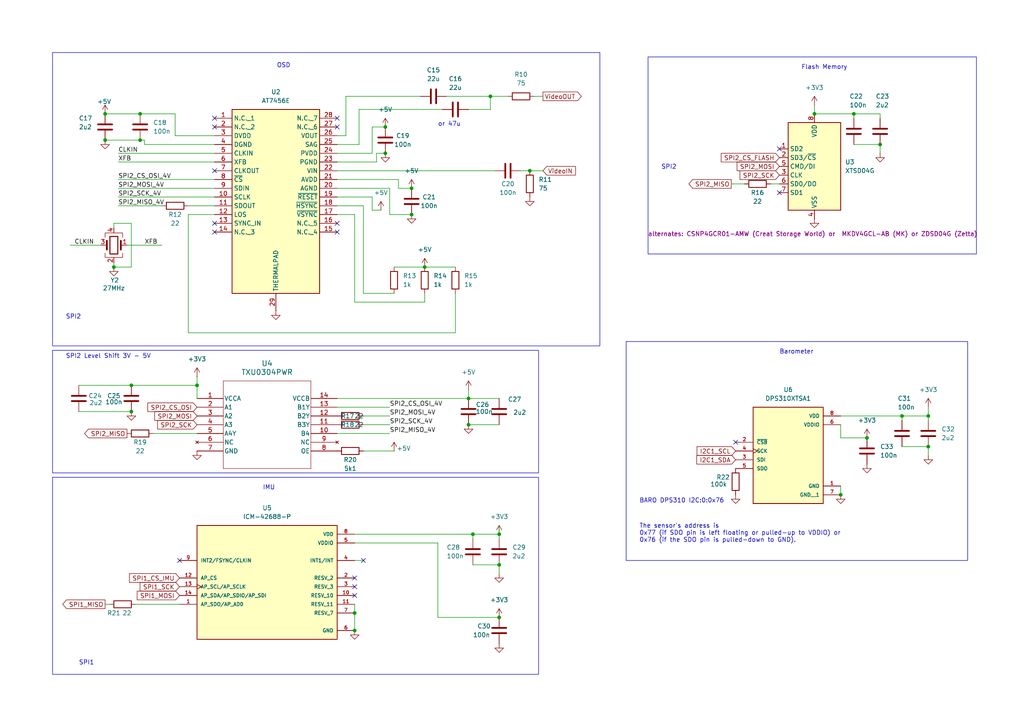
<source format=kicad_sch>
(kicad_sch (version 20231120) (generator "eeschema") (generator_version "8.0")
  (paper "A4")
  (lib_symbols
    (symbol "+3V3_1" (power) (pin_numbers hide) (pin_names (offset 0) hide)
      (property "Value" "+3V3" (at 0 3.556 0))
      (symbol "+3V3_1_0_1"
        (polyline (pts (xy -0.762 1.27) (xy 0 2.54)))
        (polyline (pts (xy 0 0) (xy 0 2.54)))
        (polyline (pts (xy 0 2.54) (xy 0.762 1.27)))
      )
      (symbol "+3V3_1_1_1"
        (pin power_in line (at 0 0 90) (length 0) (name "~") (number "1"))
      )
    )
    (symbol "+3V3_3" (power) (pin_numbers hide) (pin_names (offset 0) hide)
      (property "Value" "+3V3" (at 0 3.556 0))
      (symbol "+3V3_3_0_1"
        (polyline (pts (xy -0.762 1.27) (xy 0 2.54)))
        (polyline (pts (xy 0 0) (xy 0 2.54)))
        (polyline (pts (xy 0 2.54) (xy 0.762 1.27)))
      )
      (symbol "+3V3_3_1_1"
        (pin power_in line (at 0 0 90) (length 0) (name "~") (number "1"))
      )
    )
    (symbol "+5V_1" (power) (pin_numbers hide) (pin_names (offset 0) hide)
      (property "Value" "+5V" (at 0 3.556 0))
      (symbol "+5V_1_0_1"
        (polyline (pts (xy -0.762 1.27) (xy 0 2.54)))
        (polyline (pts (xy 0 0) (xy 0 2.54)))
        (polyline (pts (xy 0 2.54) (xy 0.762 1.27)))
      )
      (symbol "+5V_1_1_1"
        (pin power_in line (at 0 0 90) (length 0) (name "~") (number "1"))
      )
    )
    (symbol "Device:C" (pin_numbers hide) (pin_names (offset 0.254))
      (property "Reference" "C" (at 0.635 2.54 0))
      (property "Value" "C" (at 0.635 -2.54 0))
      (symbol "C_0_1"
        (polyline (pts (xy -2.032 -0.762) (xy 2.032 -0.762)) (stroke (width 0.508)))
        (polyline (pts (xy -2.032 0.762) (xy 2.032 0.762)) (stroke (width 0.508)))
      )
      (symbol "C_1_1"
        (pin passive line (at 0 3.81 270) (length 2.794) (name "~") (number "1"))
        (pin passive line (at 0 -3.81 90) (length 2.794) (name "~") (number "2"))
      )
    )
    (symbol "Device:Crystal_GND24" (pin_names (offset 1.016) hide)
      (property "Reference" "Y" (at 3.175 5.08 0))
      (property "Value" "Crystal_GND24" (at 3.175 3.175 0))
      (symbol "Crystal_GND24_0_1"
        (rectangle (start -1.143 2.54) (end 1.143 -2.54) (stroke (width 0.3048)))
        (polyline (pts (xy -2.54 0) (xy -2.032 0)))
        (polyline (pts (xy -2.032 -1.27) (xy -2.032 1.27)) (stroke (width 0.508)))
        (polyline (pts (xy 0 -3.81) (xy 0 -3.556)))
        (polyline (pts (xy 0 3.556) (xy 0 3.81)))
        (polyline (pts (xy 2.032 -1.27) (xy 2.032 1.27)) (stroke (width 0.508)))
        (polyline (pts (xy 2.032 0) (xy 2.54 0)))
        (polyline (pts (xy -2.54 -2.286) (xy -2.54 -3.556) (xy 2.54 -3.556) (xy 2.54 -2.286)))
        (polyline (pts (xy -2.54 2.286) (xy -2.54 3.556) (xy 2.54 3.556) (xy 2.54 2.286)))
      )
      (symbol "Crystal_GND24_1_1"
        (pin passive line (at -3.81 0 0) (length 1.27) (name "1") (number "1"))
        (pin passive line (at 0 5.08 270) (length 1.27) (name "2") (number "2"))
        (pin passive line (at 3.81 0 180) (length 1.27) (name "3") (number "3"))
        (pin passive line (at 0 -5.08 90) (length 1.27) (name "4") (number "4"))
      )
    )
    (symbol "Device:R" (pin_numbers hide) (pin_names (offset 0))
      (property "Reference" "R" (at 2.032 0 90))
      (property "Value" "R" (at 0 0 90))
      (symbol "R_0_1"
        (rectangle (start -1.016 -2.54) (end 1.016 2.54) (stroke (width 0.254)))
      )
      (symbol "R_1_1"
        (pin passive line (at 0 3.81 270) (length 1.27) (name "~") (number "1"))
        (pin passive line (at 0 -3.81 90) (length 1.27) (name "~") (number "2"))
      )
    )
    (symbol "GND_1" (power) (pin_numbers hide) (pin_names (offset 0) hide)
      (property "Value" "GND" (at 0 -3.81 0))
      (symbol "GND_1_0_1"
        (polyline (pts (xy 0 0) (xy 0 -1.27) (xy 1.27 -1.27) (xy 0 -2.54) (xy -1.27 -1.27) (xy 0 -1.27)))
      )
      (symbol "GND_1_1_1"
        (pin power_in line (at 0 0 270) (length 0) (name "~") (number "1"))
      )
    )
    (symbol "Memory_Flash:XTSD04G"
      (property "Reference" "U" (at -7.62 15.24 0))
      (property "Value" "XTSD04G" (at 2.54 15.24 0))
      (symbol "XTSD04G_0_1"
        (rectangle (start -7.62 12.7) (end 7.62 -12.7) (stroke (width 0.254)) (fill (type background)))
      )
      (symbol "XTSD04G_1_1"
        (pin bidirectional line (at -10.16 5.08 0) (length 2.54) (name "SD2") (number "1"))
        (pin bidirectional line (at -10.16 2.54 0) (length 2.54) (name "SD3/~{CS}") (number "2"))
        (pin input line (at -10.16 -2.54 0) (length 2.54) (name "CLK") (number "3"))
        (pin power_in line (at 0 -15.24 90) (length 2.54) (name "VSS") (number "4"))
        (pin input line (at -10.16 0 0) (length 2.54) (name "CMD/DI") (number "5"))
        (pin bidirectional line (at -10.16 -5.08 0) (length 2.54) (name "SD0/DO") (number "6"))
        (pin bidirectional line (at -10.16 -7.62 0) (length 2.54) (name "SD1") (number "7"))
        (pin power_in line (at 0 15.24 270) (length 2.54) (name "VDD") (number "8"))
      )
    )
    (symbol "Project_Library:AT7456E"
      (property "Reference" "IC" (at 31.75 7.62 0))
      (property "Value" "AT7456E" (at 31.75 5.08 0))
      (symbol "AT7456E_1_1"
        (rectangle (start 5.08 2.54) (end 30.48 -50.8) (stroke (width 0.254)) (fill (type background)))
        (pin passive line (at 0 0 0) (length 5.08) (name "N.C._1") (number "1"))
        (pin passive line (at 0 -22.86 0) (length 5.08) (name "SCLK") (number "10"))
        (pin passive line (at 0 -25.4 0) (length 5.08) (name "SDOUT") (number "11"))
        (pin passive line (at 0 -27.94 0) (length 5.08) (name "LOS") (number "12"))
        (pin passive line (at 0 -30.48 0) (length 5.08) (name "SYNC_IN") (number "13"))
        (pin passive line (at 0 -33.02 0) (length 5.08) (name "N.C._3") (number "14"))
        (pin passive line (at 35.56 -33.02 180) (length 5.08) (name "N.C._4") (number "15"))
        (pin passive line (at 35.56 -30.48 180) (length 5.08) (name "N.C._5") (number "16"))
        (pin passive line (at 35.56 -27.94 180) (length 5.08) (name "~{VSYNC}") (number "17"))
        (pin passive line (at 35.56 -25.4 180) (length 5.08) (name "~{HSYNC}") (number "18"))
        (pin passive line (at 35.56 -22.86 180) (length 5.08) (name "~{RESET}") (number "19"))
        (pin passive line (at 0 -2.54 0) (length 5.08) (name "N.C._2") (number "2"))
        (pin passive line (at 35.56 -20.32 180) (length 5.08) (name "AGND") (number "20"))
        (pin passive line (at 35.56 -17.78 180) (length 5.08) (name "AVDD") (number "21"))
        (pin passive line (at 35.56 -15.24 180) (length 5.08) (name "VIN") (number "22"))
        (pin passive line (at 35.56 -12.7 180) (length 5.08) (name "PGND") (number "23"))
        (pin passive line (at 35.56 -10.16 180) (length 5.08) (name "PVDD") (number "24"))
        (pin passive line (at 35.56 -7.62 180) (length 5.08) (name "SAG") (number "25"))
        (pin passive line (at 35.56 -5.08 180) (length 5.08) (name "VOUT") (number "26"))
        (pin passive line (at 35.56 -2.54 180) (length 5.08) (name "N.C._6") (number "27"))
        (pin passive line (at 35.56 0 180) (length 5.08) (name "N.C._7") (number "28"))
        (pin passive line (at 17.78 -55.88 90) (length 5.08) (name "THERMALPAD") (number "29"))
        (pin passive line (at 0 -5.08 0) (length 5.08) (name "DVDD") (number "3"))
        (pin passive line (at 0 -7.62 0) (length 5.08) (name "DGND") (number "4"))
        (pin passive line (at 0 -10.16 0) (length 5.08) (name "CLKIN") (number "5"))
        (pin passive line (at 0 -12.7 0) (length 5.08) (name "XFB") (number "6"))
        (pin passive line (at 0 -15.24 0) (length 5.08) (name "CLKOUT") (number "7"))
        (pin passive line (at 0 -17.78 0) (length 5.08) (name "~{CS}") (number "8"))
        (pin passive line (at 0 -20.32 0) (length 5.08) (name "SDIN") (number "9"))
      )
    )
    (symbol "Project_Library:DPS310XTSA1" (pin_names (offset 1.016))
      (property "Reference" "U" (at -10.16 13.97 0))
      (property "Value" "DPS310XTSA1" (at -10.16 -16.51 0))
      (symbol "DPS310XTSA1_0_0"
        (rectangle (start -10.16 -15.24) (end 10.16 12.7) (stroke (width 0.254)) (fill (type background)))
        (pin power_in line (at 15.24 -10.16 180) (length 5.08) (name "GND") (number "1"))
        (pin input line (at -15.24 2.54 0) (length 5.08) (name "~{CSB}") (number "2"))
        (pin bidirectional line (at -15.24 -2.54 0) (length 5.08) (name "SDI") (number "3"))
        (pin input clock (at -15.24 0 0) (length 5.08) (name "SCK") (number "4"))
        (pin output line (at -15.24 -5.08 0) (length 5.08) (name "SDO") (number "5"))
        (pin power_in line (at 15.24 7.62 180) (length 5.08) (name "VDDIO") (number "6"))
        (pin power_in line (at 15.24 -12.7 180) (length 5.08) (name "GND__1") (number "7"))
        (pin power_in line (at 15.24 10.16 180) (length 5.08) (name "VDD") (number "8"))
      )
    )
    (symbol "Project_Library:ICM-42688-P" (pin_names (offset 1.016))
      (property "Reference" "U3" (at 0 20.32 0))
      (property "Value" "ICM-42688-P" (at 0 17.78 0))
      (symbol "ICM-42688-P_0_0"
        (rectangle (start -20.32 -17.78) (end 20.32 15.24) (stroke (width 0.254)) (fill (type background)))
        (pin passive line (at 25.4 -5.08 180) (length 5.08) (name "RESV_10") (number "10"))
        (pin input line (at -25.4 0 0) (length 5.08) (name "AP_CS") (number "12"))
        (pin input clock (at -25.4 -2.54 0) (length 5.08) (name "AP_SCL/AP_SCLK") (number "13"))
        (pin passive line (at 25.4 0 180) (length 5.08) (name "RESV_2") (number "2"))
        (pin passive line (at 25.4 -2.54 180) (length 5.08) (name "RESV_3") (number "3"))
        (pin power_in line (at 25.4 10.16 180) (length 5.08) (name "VDDIO") (number "5"))
        (pin power_in line (at 25.4 -15.24 180) (length 5.08) (name "GND") (number "6"))
        (pin power_in line (at 25.4 12.7 180) (length 5.08) (name "VDD") (number "8"))
      )
      (symbol "ICM-42688-P_1_0"
        (pin output line (at -25.4 -7.62 0) (length 5.08) (name "AP_SDO/AP_AD0") (number "1"))
        (pin power_in line (at 25.4 -7.62 180) (length 5.08) (name "RESV_11") (number "11"))
        (pin input line (at -25.4 -5.08 0) (length 5.08) (name "AP_SDA/AP_SDIO/AP_SDI") (number "14"))
        (pin power_in line (at 25.4 5.08 180) (length 5.08) (name "INT1/INT") (number "4"))
        (pin power_in line (at 25.4 -10.16 180) (length 5.08) (name "RESV_7") (number "7"))
        (pin power_in line (at -25.4 5.08 0) (length 5.08) (name "INT2/FSYNC/CLKIN") (number "9"))
      )
    )
    (symbol "Project_Library:TXU0304PWR" (pin_names (offset 0.254))
      (property "Reference" "U12" (at 20.32 10.16 0))
      (property "Value" "TXU0304PWR" (at 20.32 7.62 0))
      (symbol "TXU0304PWR_0_1"
        (polyline (pts (xy 7.62 -20.32) (xy 33.02 -20.32)) (stroke (width 0.127)))
        (polyline (pts (xy 7.62 5.08) (xy 7.62 -20.32)) (stroke (width 0.127)))
        (polyline (pts (xy 33.02 -20.32) (xy 33.02 5.08)) (stroke (width 0.127)))
        (polyline (pts (xy 33.02 5.08) (xy 7.62 5.08)) (stroke (width 0.127)))
        (pin power_in line (at 0 0 0) (length 7.62) (name "VCCA") (number "1"))
        (pin power_in line (at 40.64 0 180) (length 7.62) (name "VCCB") (number "14"))
        (pin no_connect line (at 0 -12.7 0) (length 7.62) (name "NC") (number "6"))
        (pin no_connect line (at 40.64 -12.7 180) (length 7.62) (name "NC") (number "9"))
      )
      (symbol "TXU0304PWR_1_1"
        (pin bidirectional line (at 40.64 -10.16 180) (length 7.62) (name "B4") (number "10"))
        (pin bidirectional line (at 40.64 -7.62 180) (length 7.62) (name "B3Y") (number "11"))
        (pin bidirectional line (at 40.64 -5.08 180) (length 7.62) (name "B2Y") (number "12"))
        (pin bidirectional line (at 40.64 -2.54 180) (length 7.62) (name "B1Y") (number "13"))
        (pin bidirectional line (at 0 -2.54 0) (length 7.62) (name "A1") (number "2"))
        (pin bidirectional line (at 0 -5.08 0) (length 7.62) (name "A2") (number "3"))
        (pin bidirectional line (at 0 -7.62 0) (length 7.62) (name "A3") (number "4"))
        (pin bidirectional line (at 0 -10.16 0) (length 7.62) (name "A4Y") (number "5"))
        (pin power_in line (at 0 -15.24 0) (length 7.62) (name "GND") (number "7"))
        (pin passive line (at 40.64 -15.24 180) (length 7.62) (name "OE") (number "8"))
      )
    )
  )
  (junction (at 261.62 120.65))
  (junction (at 144.78 154.94))
  (junction (at 144.78 179.07))
  (junction (at 30.48 33.02))
  (junction (at 135.89 123.19))
  (junction (at 269.24 129.54))
  (junction (at 135.89 115.57))
  (junction (at 40.64 40.64))
  (junction (at 251.46 127))
  (junction (at 236.22 33.02))
  (junction (at 102.87 177.8))
  (junction (at 144.78 163.83))
  (junction (at 269.24 120.65))
  (junction (at 243.84 143.51))
  (junction (at 247.65 33.02))
  (junction (at 111.76 36.83))
  (junction (at 142.24 27.94))
  (junction (at 153.67 49.53))
  (junction (at 30.48 40.64))
  (junction (at 38.1 111.76))
  (junction (at 111.76 44.45))
  (junction (at 255.27 41.91))
  (junction (at 137.16 154.94))
  (junction (at 119.38 62.23))
  (junction (at 40.64 33.02))
  (junction (at 57.15 111.76))
  (junction (at 38.1 119.38))
  (junction (at 123.19 77.47))
  (junction (at 33.02 77.47))
  (junction (at 102.87 182.88))
  (junction (at 119.38 54.61))
  (no_connect (at 62.23 34.29))
  (no_connect (at 97.79 36.83))
  (no_connect (at 62.23 64.77))
  (no_connect (at 102.87 172.72))
  (no_connect (at 97.79 64.77))
  (no_connect (at 62.23 49.53))
  (no_connect (at 105.41 162.56))
  (no_connect (at 97.79 34.29))
  (no_connect (at 62.23 67.31))
  (no_connect (at 102.87 170.18))
  (no_connect (at 52.07 162.56))
  (no_connect (at 62.23 36.83))
  (no_connect (at 213.36 128.27))
  (no_connect (at 226.06 43.18))
  (no_connect (at 97.79 67.31))
  (no_connect (at 102.87 167.64))
  (no_connect (at 226.06 55.88))
  (wire (pts (xy 107.95 36.83) (xy 107.95 44.45)))
  (wire (pts (xy 135.89 115.57) (xy 144.78 115.57)))
  (wire (pts (xy 105.41 162.56) (xy 102.87 162.56)))
  (wire (pts (xy 113.03 123.19) (xy 105.41 123.19)))
  (wire (pts (xy 36.83 71.12) (xy 46.99 71.12)))
  (wire (pts (xy 20.32 71.12) (xy 29.21 71.12)))
  (wire (pts (xy 33.02 64.77) (xy 38.1 64.77)))
  (wire (pts (xy 100.33 39.37) (xy 100.33 27.94)))
  (wire (pts (xy 34.29 52.07) (xy 62.23 52.07)))
  (wire (pts (xy 105.41 59.69) (xy 105.41 85.09)))
  (wire (pts (xy 102.87 175.26) (xy 102.87 177.8)))
  (wire (pts (xy 269.24 129.54) (xy 261.62 129.54)))
  (wire (pts (xy 41.91 41.91) (xy 62.23 41.91)))
  (wire (pts (xy 33.02 64.77) (xy 33.02 66.04)))
  (wire (pts (xy 255.27 41.91) (xy 247.65 41.91)))
  (wire (pts (xy 34.29 44.45) (xy 62.23 44.45)))
  (wire (pts (xy 50.8 33.02) (xy 40.64 33.02)))
  (wire (pts (xy 154.94 27.94) (xy 157.48 27.94)))
  (wire (pts (xy 243.84 127) (xy 251.46 127)))
  (wire (pts (xy 30.48 33.02) (xy 40.64 33.02)))
  (wire (pts (xy 54.61 62.23) (xy 54.61 96.52)))
  (wire (pts (xy 57.15 111.76) (xy 57.15 115.57)))
  (wire (pts (xy 113.03 118.11) (xy 97.79 118.11)))
  (wire (pts (xy 97.79 59.69) (xy 105.41 59.69)))
  (wire (pts (xy 30.48 175.26) (xy 31.75 175.26)))
  (wire (pts (xy 113.03 54.61) (xy 113.03 62.23)))
  (wire (pts (xy 34.29 54.61) (xy 62.23 54.61)))
  (wire (pts (xy 215.9 53.34) (xy 212.09 53.34)))
  (wire (pts (xy 261.62 120.65) (xy 269.24 120.65)))
  (wire (pts (xy 54.61 59.69) (xy 62.23 59.69)))
  (wire (pts (xy 142.24 27.94) (xy 147.32 27.94)))
  (wire (pts (xy 135.89 113.03) (xy 135.89 115.57)))
  (wire (pts (xy 109.22 44.45) (xy 109.22 46.99)))
  (wire (pts (xy 269.24 132.08) (xy 269.24 129.54)))
  (wire (pts (xy 114.3 77.47) (xy 123.19 77.47)))
  (wire (pts (xy 97.79 115.57) (xy 135.89 115.57)))
  (wire (pts (xy 236.22 33.02) (xy 247.65 33.02)))
  (wire (pts (xy 261.62 120.65) (xy 261.62 121.92)))
  (wire (pts (xy 107.95 57.15) (xy 107.95 60.96)))
  (wire (pts (xy 107.95 36.83) (xy 111.76 36.83)))
  (wire (pts (xy 144.78 152.4) (xy 144.78 154.94)))
  (wire (pts (xy 38.1 64.77) (xy 38.1 77.47)))
  (wire (pts (xy 151.13 49.53) (xy 153.67 49.53)))
  (wire (pts (xy 104.14 31.75) (xy 104.14 41.91)))
  (wire (pts (xy 97.79 54.61) (xy 113.03 54.61)))
  (wire (pts (xy 144.78 163.83) (xy 137.16 163.83)))
  (wire (pts (xy 247.65 33.02) (xy 255.27 33.02)))
  (wire (pts (xy 41.91 40.64) (xy 41.91 41.91)))
  (wire (pts (xy 34.29 59.69) (xy 46.99 59.69)))
  (wire (pts (xy 102.87 87.63) (xy 123.19 87.63)))
  (wire (pts (xy 114.3 130.81) (xy 105.41 130.81)))
  (wire (pts (xy 132.08 96.52) (xy 132.08 85.09)))
  (wire (pts (xy 129.54 27.94) (xy 142.24 27.94)))
  (wire (pts (xy 102.87 177.8) (xy 102.87 182.88)))
  (wire (pts (xy 102.87 154.94) (xy 137.16 154.94)))
  (wire (pts (xy 34.29 57.15) (xy 62.23 57.15)))
  (wire (pts (xy 144.78 156.21) (xy 144.78 154.94)))
  (wire (pts (xy 269.24 121.92) (xy 269.24 120.65)))
  (wire (pts (xy 255.27 34.29) (xy 255.27 33.02)))
  (wire (pts (xy 113.03 120.65) (xy 105.41 120.65)))
  (wire (pts (xy 102.87 62.23) (xy 102.87 87.63)))
  (wire (pts (xy 22.86 111.76) (xy 38.1 111.76)))
  (wire (pts (xy 269.24 118.11) (xy 269.24 120.65)))
  (wire (pts (xy 40.64 40.64) (xy 41.91 40.64)))
  (wire (pts (xy 115.57 54.61) (xy 119.38 54.61)))
  (wire (pts (xy 57.15 109.22) (xy 57.15 111.76)))
  (wire (pts (xy 54.61 62.23) (xy 62.23 62.23)))
  (wire (pts (xy 247.65 33.02) (xy 247.65 34.29)))
  (wire (pts (xy 97.79 62.23) (xy 102.87 62.23)))
  (wire (pts (xy 38.1 77.47) (xy 33.02 77.47)))
  (wire (pts (xy 115.57 52.07) (xy 115.57 54.61)))
  (wire (pts (xy 39.37 175.26) (xy 52.07 175.26)))
  (wire (pts (xy 137.16 154.94) (xy 144.78 154.94)))
  (wire (pts (xy 104.14 31.75) (xy 128.27 31.75)))
  (wire (pts (xy 255.27 44.45) (xy 255.27 41.91)))
  (wire (pts (xy 100.33 27.94) (xy 121.92 27.94)))
  (wire (pts (xy 105.41 85.09) (xy 114.3 85.09)))
  (wire (pts (xy 123.19 87.63) (xy 123.19 85.09)))
  (wire (pts (xy 33.02 77.47) (xy 33.02 76.2)))
  (wire (pts (xy 142.24 31.75) (xy 142.24 27.94)))
  (wire (pts (xy 109.22 46.99) (xy 97.79 46.99)))
  (wire (pts (xy 243.84 140.97) (xy 243.84 143.51)))
  (wire (pts (xy 135.89 123.19) (xy 144.78 123.19)))
  (wire (pts (xy 243.84 123.19) (xy 243.84 127)))
  (wire (pts (xy 38.1 111.76) (xy 57.15 111.76)))
  (wire (pts (xy 144.78 166.37) (xy 144.78 163.83)))
  (wire (pts (xy 236.22 30.48) (xy 236.22 33.02)))
  (wire (pts (xy 226.06 53.34) (xy 223.52 53.34)))
  (wire (pts (xy 50.8 39.37) (xy 62.23 39.37)))
  (wire (pts (xy 50.8 33.02) (xy 50.8 39.37)))
  (wire (pts (xy 127 179.07) (xy 144.78 179.07)))
  (wire (pts (xy 113.03 125.73) (xy 97.79 125.73)))
  (wire (pts (xy 54.61 96.52) (xy 132.08 96.52)))
  (wire (pts (xy 137.16 154.94) (xy 137.16 156.21)))
  (wire (pts (xy 97.79 41.91) (xy 104.14 41.91)))
  (wire (pts (xy 30.48 40.64) (xy 40.64 40.64)))
  (wire (pts (xy 123.19 77.47) (xy 132.08 77.47)))
  (wire (pts (xy 97.79 57.15) (xy 107.95 57.15)))
  (wire (pts (xy 107.95 60.96) (xy 110.49 60.96)))
  (wire (pts (xy 44.45 125.73) (xy 57.15 125.73)))
  (wire (pts (xy 243.84 120.65) (xy 261.62 120.65)))
  (wire (pts (xy 34.29 46.99) (xy 62.23 46.99)))
  (wire (pts (xy 97.79 39.37) (xy 100.33 39.37)))
  (wire (pts (xy 153.67 49.53) (xy 157.48 49.53)))
  (wire (pts (xy 127 157.48) (xy 127 179.07)))
  (wire (pts (xy 97.79 52.07) (xy 115.57 52.07)))
  (wire (pts (xy 97.79 49.53) (xy 143.51 49.53)))
  (wire (pts (xy 97.79 44.45) (xy 107.95 44.45)))
  (wire (pts (xy 113.03 62.23) (xy 119.38 62.23)))
  (wire (pts (xy 135.89 31.75) (xy 142.24 31.75)))
  (wire (pts (xy 127 157.48) (xy 102.87 157.48)))
  (wire (pts (xy 22.86 119.38) (xy 38.1 119.38)))
  (wire (pts (xy 109.22 44.45) (xy 111.76 44.45)))
  (rectangle (start 181.61 99.06) (end 280.67 162.56))
  (rectangle (start 187.96 16.51) (end 283.21 73.66))
  (rectangle (start 15.24 101.6) (end 156.21 137.16))
  (rectangle (start 15.24 138.43) (end 156.21 195.58))
  (rectangle (start 15.24 15.24) (end 173.99 100.33))
  (text "Barometer" (at 226.06 102.87 0) (effects (font (size 1.27 1.27)) (justify left bottom)))
  (text "or 47u" (at 127 36.83 0) (effects (font (size 1.27 1.27)) (justify left bottom)))
  (text "OSD" (at 80.264 19.812 0) (effects (font (size 1.27 1.27)) (justify left bottom)))
  (text "The sensor's address is \n0x77 (if SDO pin is left floating or pulled-up to VDDIO) or \n0x76 (if the SDO pin is pulled-down to GND). " (at 185.42 157.48 0) (effects (font (size 1.27 1.27)) (justify left bottom)))
  (text "SPI2" (at 19.05 92.71 0) (effects (font (size 1.27 1.27)) (justify left bottom)))
  (text "IMU" (at 76.2 142.24 0) (effects (font (size 1.27 1.27)) (justify left bottom)))
  (text "SPI2 Level Shift 3V - 5V" (at 19.05 104.14 0) (effects (font (size 1.27 1.27)) (justify left bottom)))
  (text "SPI2" (at 191.77 49.276 0) (effects (font (size 1.27 1.27)) (justify left bottom)))
  (text "Flash Memory" (at 232.41 20.32 0) (effects (font (size 1.27 1.27)) (justify left bottom)))
  (text "SPI1" (at 22.86 193.04 0) (effects (font (size 1.27 1.27)) (justify left bottom)))
  (text "BARO DPS310 I2C:0:0x76" (at 185.42 146.05 0) (effects (font (size 1.27 1.27)) (justify left bottom)))
  (label "CLKIN" (at 21.59 71.12 0))
  (label "XFB" (at 34.29 46.99 0))
  (label "SPI2_MISO_4V" (at 113.03 125.73 0))
  (label "SPI2_SCK_4V" (at 113.03 123.19 0))
  (label "XFB" (at 41.91 71.12 0))
  (label "SPI2_CS_OSI_4V" (at 34.29 52.07 0))
  (label "SPI2_MOSI_4V" (at 113.03 120.65 0))
  (label "SPI2_MOSI_4V" (at 34.29 54.61 0))
  (label "SPI2_CS_OSI_4V" (at 113.03 118.11 0))
  (label "SPI2_SCK_4V" (at 34.29 57.15 0))
  (label "SPI2_MISO_4V" (at 34.29 59.69 0))
  (label "CLKIN" (at 34.29 44.45 0))
  (global_label "SPI2_MISO" (shape output) (at 36.83 125.73 180) (property "Intersheetrefs" "${INTERSHEET_REFS}" (effects (hide yes))))
  (global_label "SPI2_SCK" (shape input) (at 226.06 50.8 180) (property "Intersheetrefs" "${INTERSHEET_REFS}" (effects (hide yes))))
  (global_label "SPI2_SCK" (shape input) (at 57.15 123.19 180) (property "Intersheetrefs" "${INTERSHEET_REFS}" (effects (hide yes))))
  (global_label "VideoOUT" (shape output) (at 157.48 27.94 0) (property "Intersheetrefs" "${INTERSHEET_REFS}" (effects (hide yes))))
  (global_label "SPI1_SCK" (shape input) (at 52.07 170.18 180) (property "Intersheetrefs" "${INTERSHEET_REFS}" (effects (hide yes))))
  (global_label "SPI1_MISO" (shape output) (at 30.48 175.26 180) (property "Intersheetrefs" "${INTERSHEET_REFS}" (effects (hide yes))))
  (global_label "SPI2_MOSI" (shape input) (at 57.15 120.65 180) (property "Intersheetrefs" "${INTERSHEET_REFS}" (effects (hide yes))))
  (global_label "VideoIN" (shape input) (at 157.48 49.53 0) (property "Intersheetrefs" "${INTERSHEET_REFS}" (effects (hide yes))))
  (global_label "SPI2_CS_OSI" (shape input) (at 57.15 118.11 180) (property "Intersheetrefs" "${INTERSHEET_REFS}" (effects (hide yes))))
  (global_label "I2C1_SDA" (shape input) (at 213.36 133.35 180) (property "Intersheetrefs" "${INTERSHEET_REFS}" (effects (hide yes))))
  (global_label "SPI2_CS_FLASH" (shape input) (at 226.06 45.72 180) (property "Intersheetrefs" "${INTERSHEET_REFS}" (effects (hide yes))))
  (global_label "SPI2_MOSI" (shape input) (at 226.06 48.26 180) (property "Intersheetrefs" "${INTERSHEET_REFS}" (effects (hide yes))))
  (global_label "SPI1_CS_IMU" (shape input) (at 52.07 167.64 180) (property "Intersheetrefs" "${INTERSHEET_REFS}" (effects (hide yes))))
  (global_label "I2C1_SCL" (shape input) (at 213.36 130.81 180) (property "Intersheetrefs" "${INTERSHEET_REFS}" (effects (hide yes))))
  (global_label "SPI1_MOSI" (shape input) (at 52.07 172.72 180) (property "Intersheetrefs" "${INTERSHEET_REFS}" (effects (hide yes))))
  (global_label "SPI2_MISO" (shape output) (at 212.09 53.34 180) (property "Intersheetrefs" "${INTERSHEET_REFS}" (effects (hide yes))))
  (symbol (lib_name "+5V_1") (lib_id "power:+5V") (at 123.19 77.47 0) (unit 1)
    (property "Reference" "#PWR01029" (effects (hide yes)))
    (property "Value" "+5V" (at 123.19 72.39 0))
    (property "Description" "Power symbol creates a global label with name \"+5V\"" (effects (hide yes)))
  )
  (symbol (lib_id "Project_Library:TXU0304PWR") (at 57.15 115.57 0) (unit 1)
    (property "Reference" "U4" (at 77.47 105.41 0) (effects (font (size 1.524 1.524))))
    (property "Value" "TXU0304PWR" (at 77.47 107.95 0) (effects (font (size 1.524 1.524))))
    (property "Footprint" "Project:TSSOP14_PW_TEX" (effects (hide yes)))
    (property "Datasheet" "https://www.ti.com/general/docs/suppproductinfo.tsp?distId=10&gotoUrl=http%3A%2F%2Fwww.ti.com%2Flit%2Fgpn%2Ftxu0304" (effects (hide yes)))
    (property "Manufactorer" "TI" (effects (hide yes)))
    (property "Part Number" "TXU0304PWR" (effects (hide yes)))
  )
  (symbol (lib_id "Device:R") (at 101.6 123.19 90) (unit 1)
    (property "Reference" "R18" (at 100.838 123.19 90))
    (property "Value" "22" (at 104.14 123.19 90))
    (property "Footprint" "Project:R_0201_0603Metric" (effects (hide yes)))
    (property "Manufactorer" "YAGEO" (effects (hide yes)))
    (property "Part Number" "RC0201FR-0722RL" (effects (hide yes)))
    (property "Tolerance" "1%" (effects (hide yes)))
  )
  (symbol (lib_id "Device:C") (at 255.27 38.1 0) (unit 1)
    (property "Reference" "C23" (at 254 27.94 0) (effects (justify left)))
    (property "Value" "2u2" (at 254 30.48 0) (effects (justify left)))
    (property "Footprint" "Capacitor_SMD:C_0402_1005Metric" (effects (hide yes)))
    (property "Voltage" "25" (effects (hide yes)))
    (property "Manufactorer" "YAGEO" (effects (hide yes)))
    (property "Part Number" "CC0402KPX5R8BB225" (effects (hide yes)))
    (property "Tolerance" "10%" (effects (hide yes)))
  )
  (symbol (lib_name "GND_1") (lib_id "power:GND") (at 33.02 77.47 0) (unit 1)
    (property "Reference" "#PWR01017" (effects (hide yes)))
    (property "Value" "GND" (effects (hide yes)))
    (property "Description" "Power symbol creates a global label with name \"GND\" , ground" (effects (hide yes)))
  )
  (symbol (lib_id "Device:C") (at 144.78 182.88 0) (unit 1)
    (property "Reference" "C30" (at 138.43 181.61 0) (effects (justify left)))
    (property "Value" "100n" (at 137.16 184.15 0) (effects (justify left)))
    (property "Footprint" "Project:C_0201_0603Metric" (effects (hide yes)))
    (property "Voltage" "25" (effects (hide yes)))
    (property "Manufactorer" "Murata" (effects (hide yes)))
    (property "Part Number" "GRM033R61E104KE14J" (effects (hide yes)))
    (property "Tolerance" "10%" (effects (hide yes)))
  )
  (symbol (lib_name "+3V3_1") (lib_id "power:+3V3") (at 57.15 109.22 0) (unit 1)
    (property "Reference" "#PWR01019" (effects (hide yes)))
    (property "Value" "+3V3" (at 57.15 104.14 0))
    (property "Description" "Power symbol creates a global label with name \"+3V3\"" (effects (hide yes)))
  )
  (symbol (lib_id "Device:C") (at 147.32 49.53 90) (unit 1)
    (property "Reference" "C20" (at 147.32 53.34 90))
    (property "Value" "100n" (at 147.32 55.88 90))
    (property "Footprint" "Project:C_0201_0603Metric" (effects (hide yes)))
    (property "Manufactorer" "Murata" (effects (hide yes)))
    (property "Part Number" "GRM033R61E104KE14J" (effects (hide yes)))
    (property "Voltage" "25" (effects (hide yes)))
    (property "Tolerance" "10%" (effects (hide yes)))
  )
  (symbol (lib_id "Device:C") (at 22.86 115.57 0) (unit 1)
    (property "Reference" "C24" (at 25.654 114.808 0) (effects (justify left)))
    (property "Value" "2u2" (at 25.908 116.84 0) (effects (justify left)))
    (property "Footprint" "Capacitor_SMD:C_0402_1005Metric" (effects (hide yes)))
    (property "Voltage" "25" (effects (hide yes)))
    (property "Manufactorer" "YAGEO" (effects (hide yes)))
    (property "Part Number" "CC0402KPX5R8BB225" (effects (hide yes)))
    (property "Tolerance" "10%" (effects (hide yes)))
  )
  (symbol (lib_id "Device:R") (at 123.19 81.28 0) (unit 1)
    (property "Reference" "R14" (at 125.73 80.01 0) (effects (justify left)))
    (property "Value" "1k" (at 125.73 82.55 0) (effects (justify left)))
    (property "Footprint" "Project:R_0201_0603Metric" (effects (hide yes)))
    (property "Tolerance" "1%" (effects (hide yes)))
    (property "Manufactorer" "YAGEO" (effects (hide yes)))
    (property "Part Number" "RC0402FR-071KL" (effects (hide yes)))
  )
  (symbol (lib_id "Device:C") (at 119.38 58.42 180) (unit 1)
    (property "Reference" "C21" (at 124.46 57.15 0))
    (property "Value" "100n" (at 124.46 59.69 0))
    (property "Footprint" "Project:C_0201_0603Metric" (effects (hide yes)))
    (property "Manufactorer" "Murata" (effects (hide yes)))
    (property "Part Number" "GRM033R61E104KE14J" (effects (hide yes)))
    (property "Voltage" "25" (effects (hide yes)))
    (property "Tolerance" "10%" (effects (hide yes)))
  )
  (symbol (lib_name "GND_1") (lib_id "power:GND") (at 153.67 57.15 0) (unit 1)
    (property "Reference" "#PWR01036" (effects (hide yes)))
    (property "Value" "GND" (effects (hide yes)))
    (property "Description" "Power symbol creates a global label with name \"GND\" , ground" (effects (hide yes)))
  )
  (symbol (lib_id "Memory_Flash:XTSD04G") (at 236.22 48.26 0) (unit 1)
    (property "Reference" "U3" (at 245.11 46.9899 0) (effects (justify left)))
    (property "Value" "XTSD04G" (at 245.11 49.5299 0) (effects (justify left)))
    (property "Footprint" "Package_LGA:LGA-8_8x6mm_P1.27mm" (effects (hide yes)))
    (property "Datasheet" "https://datasheet.lcsc.com/lcsc/2005251034_XTX-XTSD08GLGEAG_C558840.pdf" (effects (hide yes)))
    (property "Manufactorer" "XTX" (effects (hide yes)))
    (property "Note" "alternates: CSNP4GCR01-AMW (Creat Storage World) or  MKDV4GCL-AB (MK) or ZDSD04G (Zetta) " (at 236.22 67.818 0))
    (property "Part Number" "XTSD04G" (effects (hide yes)))
  )
  (symbol (lib_id "Device:C") (at 125.73 27.94 90) (unit 1)
    (property "Reference" "C15" (at 125.73 20.32 90))
    (property "Value" "22u" (at 125.73 22.86 90))
    (property "Footprint" "Capacitor_SMD:C_0805_2012Metric" (effects (hide yes)))
    (property "Manufactorer" "Murata" (effects (hide yes)))
    (property "Part Number" "GRM21BR61E226ME44K" (effects (hide yes)))
    (property "Voltage" "25" (effects (hide yes)))
    (property "Tolerance" "20%" (effects (hide yes)))
  )
  (symbol (lib_id "Device:C") (at 137.16 160.02 0) (unit 1)
    (property "Reference" "C28" (at 129.54 158.75 0) (effects (justify left)))
    (property "Value" "100n" (at 129.54 161.29 0) (effects (justify left)))
    (property "Footprint" "Project:C_0201_0603Metric" (effects (hide yes)))
    (property "Voltage" "25" (effects (hide yes)))
    (property "Manufactorer" "Murata" (effects (hide yes)))
    (property "Part Number" "GRM033R61E104KE14J" (effects (hide yes)))
    (property "Tolerance" "10%" (effects (hide yes)))
  )
  (symbol (lib_id "Device:R") (at 151.13 27.94 90) (unit 1)
    (property "Reference" "R10" (at 151.13 21.59 90))
    (property "Value" "75" (at 151.13 24.13 90))
    (property "Footprint" "Project:R_0201_0603Metric" (effects (hide yes)))
    (property "Tolerance" "1%" (effects (hide yes)))
    (property "Manufactorer" "YAGEO" (effects (hide yes)))
    (property "Part Number" "RC0201FR-0775RL" (effects (hide yes)))
  )
  (symbol (lib_name "+5V_1") (lib_id "power:+5V") (at 135.89 113.03 0) (unit 1)
    (property "Reference" "#PWR01030" (effects (hide yes)))
    (property "Value" "+5V" (at 135.89 107.95 0))
    (property "Description" "Power symbol creates a global label with name \"+5V\"" (effects (hide yes)))
  )
  (symbol (lib_id "Device:R") (at 114.3 81.28 0) (unit 1)
    (property "Reference" "R13" (at 116.84 80.01 0) (effects (justify left)))
    (property "Value" "1k" (at 116.84 82.55 0) (effects (justify left)))
    (property "Footprint" "Project:R_0201_0603Metric" (effects (hide yes)))
    (property "Tolerance" "1%" (effects (hide yes)))
    (property "Manufactorer" "YAGEO" (effects (hide yes)))
    (property "Part Number" "RC0402FR-071KL" (effects (hide yes)))
  )
  (symbol (lib_id "Device:R") (at 101.6 130.81 90) (unit 1)
    (property "Reference" "R20" (at 101.6 133.35 90))
    (property "Value" "5k1" (at 101.6 135.89 90))
    (property "Footprint" "Project:R_0201_0603Metric" (effects (hide yes)))
    (property "Tolerance" "1%" (effects (hide yes)))
    (property "Manufactorer" "YAGEO" (effects (hide yes)))
    (property "Part Number" "RC0201FR-075K1L" (effects (hide yes)))
  )
  (symbol (lib_id "Device:C") (at 144.78 119.38 0) (unit 1)
    (property "Reference" "C27" (at 147.32 115.824 0) (effects (justify left)))
    (property "Value" "2u2" (at 148.844 119.634 0) (effects (justify left)))
    (property "Footprint" "Capacitor_SMD:C_0402_1005Metric" (effects (hide yes)))
    (property "Voltage" "25" (effects (hide yes)))
    (property "Manufactorer" "YAGEO" (effects (hide yes)))
    (property "Part Number" "CC0402KPX5R8BB225" (effects (hide yes)))
    (property "Tolerance" "10%" (effects (hide yes)))
  )
  (symbol (lib_name "GND_1") (lib_id "power:GND") (at 213.36 143.51 0) (unit 1)
    (property "Reference" "#PWR01037" (effects (hide yes)))
    (property "Value" "GND" (effects (hide yes)))
    (property "Description" "Power symbol creates a global label with name \"GND\" , ground" (effects (hide yes)))
  )
  (symbol (lib_name "+3V3_1") (lib_id "power:+3V3") (at 144.78 179.07 0) (unit 1)
    (property "Reference" "#PWR01034" (effects (hide yes)))
    (property "Value" "+3V3" (at 144.78 173.99 0))
    (property "Description" "Power symbol creates a global label with name \"+3V3\"" (effects (hide yes)))
  )
  (symbol (lib_id "Device:C") (at 144.78 160.02 0) (unit 1)
    (property "Reference" "C29" (at 148.59 158.75 0) (effects (justify left)))
    (property "Value" "2u2" (at 148.59 161.29 0) (effects (justify left)))
    (property "Footprint" "Capacitor_SMD:C_0402_1005Metric" (effects (hide yes)))
    (property "Voltage" "25" (effects (hide yes)))
    (property "Manufactorer" "YAGEO" (effects (hide yes)))
    (property "Part Number" "CC0402KPX5R8BB225" (effects (hide yes)))
    (property "Tolerance" "10%" (effects (hide yes)))
  )
  (symbol (lib_name "+5V_1") (lib_id "power:+5V") (at 110.49 60.96 0) (unit 1)
    (property "Reference" "#PWR01023" (effects (hide yes)))
    (property "Value" "+5V" (at 110.49 55.88 0))
    (property "Description" "Power symbol creates a global label with name \"+5V\"" (effects (hide yes)))
  )
  (symbol (lib_name "+5V_1") (lib_id "power:+5V") (at 30.48 33.02 0) (unit 1)
    (property "Reference" "#PWR01015" (effects (hide yes)))
    (property "Value" "+5V" (at 30.226 29.464 0))
    (property "Description" "Power symbol creates a global label with name \"+5V\"" (effects (hide yes)))
  )
  (symbol (lib_id "Project_Library:AT7456E") (at 62.23 34.29 0) (unit 1)
    (property "Reference" "U2" (at 80.01 26.67 0))
    (property "Value" "AT7456E" (at 80.01 29.21 0))
    (property "Footprint" "Project:SOP65P640X120-29N" (effects (hide yes)))
    (property "Datasheet" "https://www.sparkfun.com/datasheets/BreakoutBoards/MAX7456.pdf" (effects (hide yes)))
    (property "Manufactorer" "ZHONGKEWEI" (effects (hide yes)))
    (property "Part Number" "AT7456E" (effects (hide yes)))
  )
  (symbol (lib_name "GND_1") (lib_id "power:GND") (at 236.22 63.5 0) (unit 1)
    (property "Reference" "#PWR01039" (effects (hide yes)))
    (property "Value" "GND" (effects (hide yes)))
    (property "Description" "Power symbol creates a global label with name \"GND\" , ground" (effects (hide yes)))
  )
  (symbol (lib_name "GND_1") (lib_id "power:GND") (at 57.15 130.81 0) (unit 1)
    (property "Reference" "#PWR01020" (effects (hide yes)))
    (property "Value" "GND" (effects (hide yes)))
    (property "Description" "Power symbol creates a global label with name \"GND\" , ground" (effects (hide yes)))
  )
  (symbol (lib_id "Device:C") (at 111.76 40.64 180) (unit 1)
    (property "Reference" "C19" (at 116.84 39.37 0))
    (property "Value" "100n" (at 116.84 41.91 0))
    (property "Footprint" "Project:C_0201_0603Metric" (effects (hide yes)))
    (property "Manufactorer" "Murata" (effects (hide yes)))
    (property "Part Number" "GRM033R61E104KE14J" (effects (hide yes)))
    (property "Voltage" "25" (effects (hide yes)))
    (property "Tolerance" "10%" (effects (hide yes)))
  )
  (symbol (lib_id "Device:C") (at 261.62 125.73 0) (unit 1)
    (property "Reference" "C31" (at 260.35 115.57 0) (effects (justify left)))
    (property "Value" "100n" (at 260.35 118.11 0) (effects (justify left)))
    (property "Footprint" "Project:C_0201_0603Metric" (effects (hide yes)))
    (property "Voltage" "25" (effects (hide yes)))
    (property "Manufactorer" "Murata" (effects (hide yes)))
    (property "Part Number" "GRM033R61E104KE14J" (effects (hide yes)))
    (property "Tolerance" "10%" (effects (hide yes)))
  )
  (symbol (lib_name "GND_1") (lib_id "power:GND") (at 251.46 134.62 0) (unit 1)
    (property "Reference" "#PWR01042" (effects (hide yes)))
    (property "Value" "GND" (effects (hide yes)))
    (property "Description" "Power symbol creates a global label with name \"GND\" , ground" (effects (hide yes)))
  )
  (symbol (lib_name "+3V3_3") (lib_id "power:+3V3") (at 236.22 30.48 0) (unit 1)
    (property "Reference" "#PWR01038" (effects (hide yes)))
    (property "Value" "+3V3" (at 236.22 25.4 0))
    (property "Description" "Power symbol creates a global label with name \"+3V3\"" (effects (hide yes)))
  )
  (symbol (lib_id "Project_Library:ICM-42688-P") (at 77.47 167.64 0) (unit 1)
    (property "Reference" "U5" (at 77.47 147.32 0))
    (property "Value" "ICM-42688-P" (at 77.47 149.86 0))
    (property "Footprint" "Project:PQFN50P300X250X97-14N" (effects (hide yes)))
    (property "Datasheet" "https://mm.digikey.com/Volume0/opasdata/d220001/medias/docus/495/ICM-42688-P_DS_Rev1.2.pdf" (effects (hide yes)))
    (property "Manufactorer" "TDK InvenSense" (effects (hide yes)))
    (property "Part Number" "ICM-42688-P" (effects (hide yes)))
  )
  (symbol (lib_name "GND_1") (lib_id "power:GND") (at 38.1 119.38 0) (unit 1)
    (property "Reference" "#PWR01018" (effects (hide yes)))
    (property "Value" "GND" (effects (hide yes)))
    (property "Description" "Power symbol creates a global label with name \"GND\" , ground" (effects (hide yes)))
  )
  (symbol (lib_id "Project_Library:DPS310XTSA1") (at 228.6 130.81 0) (unit 1)
    (property "Reference" "U6" (at 228.6 113.03 0))
    (property "Value" "DPS310XTSA1" (at 228.6 115.57 0))
    (property "Footprint" "Project:XDCR_DPS310XTSA1" (effects (hide yes)))
    (property "Datasheet" "https://www.infineon.com/dgdl/Infineon-DPS310-DS-v01_00-EN.pdf?fileId=5546d462576f34750157750826c42242" (effects (hide yes)))
    (property "Manufactorer" "Infeon" (effects (hide yes)))
    (property "Part Number" "DPS310XTSA1" (effects (hide yes)))
  )
  (symbol (lib_name "+3V3_3") (lib_id "power:+3V3") (at 269.24 118.11 0) (unit 1)
    (property "Reference" "#PWR01044" (effects (hide yes)))
    (property "Value" "+3V3" (at 269.24 113.03 0))
    (property "Description" "Power symbol creates a global label with name \"+3V3\"" (effects (hide yes)))
  )
  (symbol (lib_name "GND_1") (lib_id "power:GND") (at 243.84 143.51 0) (unit 1)
    (property "Reference" "#PWR01040" (effects (hide yes)))
    (property "Value" "GND" (effects (hide yes)))
    (property "Description" "Power symbol creates a global label with name \"GND\" , ground" (effects (hide yes)))
  )
  (symbol (lib_name "+5V_1") (lib_id "power:+5V") (at 119.38 54.61 0) (unit 1)
    (property "Reference" "#PWR01027" (effects (hide yes)))
    (property "Value" "+5V" (at 119.38 49.53 0))
    (property "Description" "Power symbol creates a global label with name \"+5V\"" (effects (hide yes)))
  )
  (symbol (lib_id "Device:C") (at 38.1 115.57 180) (unit 1)
    (property "Reference" "C25" (at 33.02 114.808 0))
    (property "Value" "100n" (at 33.02 116.586 0))
    (property "Footprint" "Project:C_0201_0603Metric" (effects (hide yes)))
    (property "Manufactorer" "Murata" (effects (hide yes)))
    (property "Part Number" "GRM033R61E104KE14J" (effects (hide yes)))
    (property "Voltage" "25" (effects (hide yes)))
    (property "Tolerance" "10%" (effects (hide yes)))
  )
  (symbol (lib_id "Device:C") (at 132.08 31.75 90) (unit 1)
    (property "Reference" "C16" (at 132.08 22.86 90))
    (property "Value" "22u" (at 132.08 25.4 90))
    (property "Footprint" "Capacitor_SMD:C_0805_2012Metric" (effects (hide yes)))
    (property "Manufactorer" "Murata" (effects (hide yes)))
    (property "Part Number" "GRM21BR61E226ME44K" (effects (hide yes)))
    (property "Voltage" "25" (effects (hide yes)))
    (property "Tolerance" "20%" (effects (hide yes)))
  )
  (symbol (lib_name "GND_1") (lib_id "power:GND") (at 144.78 186.69 0) (unit 1)
    (property "Reference" "#PWR01035" (effects (hide yes)))
    (property "Value" "GND" (effects (hide yes)))
    (property "Description" "Power symbol creates a global label with name \"GND\" , ground" (effects (hide yes)))
  )
  (symbol (lib_name "+3V3_3") (lib_id "power:+3V3") (at 251.46 127 0) (unit 1)
    (property "Reference" "#PWR01041" (effects (hide yes)))
    (property "Value" "+3V3" (at 251.46 121.92 0))
    (property "Description" "Power symbol creates a global label with name \"+3V3\"" (effects (hide yes)))
  )
  (symbol (lib_id "Device:R") (at 101.6 120.65 90) (unit 1)
    (property "Reference" "R17" (at 100.838 120.65 90))
    (property "Value" "22" (at 104.14 120.65 90))
    (property "Footprint" "Project:R_0201_0603Metric" (effects (hide yes)))
    (property "Manufactorer" "YAGEO" (effects (hide yes)))
    (property "Part Number" "RC0201FR-0722RL" (effects (hide yes)))
    (property "Tolerance" "1%" (effects (hide yes)))
  )
  (symbol (lib_id "Device:R") (at 213.36 139.7 0) (unit 1)
    (property "Reference" "R22" (at 207.772 138.43 0) (effects (justify left)))
    (property "Value" "100k" (at 205.994 140.462 0) (effects (justify left)))
    (property "Footprint" "Project:R_0201_0603Metric" (effects (hide yes)))
    (property "Manufactorer" "YAGEO" (effects (hide yes)))
    (property "Part Number" "RC0201FR-07100KL" (effects (hide yes)))
    (property "Tolerance" "1%" (effects (hide yes)))
  )
  (symbol (lib_id "Device:R") (at 153.67 53.34 0) (unit 1)
    (property "Reference" "R11" (at 156.21 52.07 0) (effects (justify left)))
    (property "Value" "75" (at 156.21 54.61 0) (effects (justify left)))
    (property "Footprint" "Project:R_0201_0603Metric" (effects (hide yes)))
    (property "Tolerance" "1%" (effects (hide yes)))
    (property "Manufactorer" "YAGEO" (effects (hide yes)))
    (property "Part Number" "RC0201FR-0775RL" (effects (hide yes)))
  )
  (symbol (lib_id "Device:R") (at 40.64 125.73 90) (unit 1)
    (property "Reference" "R19" (at 40.64 128.27 90))
    (property "Value" "22" (at 40.64 130.81 90))
    (property "Footprint" "Project:R_0201_0603Metric" (effects (hide yes)))
    (property "Manufactorer" "YAGEO" (effects (hide yes)))
    (property "Part Number" "RC0201FR-0722RL" (effects (hide yes)))
    (property "Tolerance" "1%" (effects (hide yes)))
  )
  (symbol (lib_name "GND_1") (lib_id "power:GND") (at 80.01 90.17 0) (unit 1)
    (property "Reference" "#PWR01021" (effects (hide yes)))
    (property "Value" "GND" (effects (hide yes)))
    (property "Description" "Power symbol creates a global label with name \"GND\" , ground" (effects (hide yes)))
  )
  (symbol (lib_name "GND_1") (lib_id "power:GND") (at 102.87 182.88 0) (unit 1)
    (property "Reference" "#PWR01022" (effects (hide yes)))
    (property "Value" "GND" (effects (hide yes)))
    (property "Description" "Power symbol creates a global label with name \"GND\" , ground" (effects (hide yes)))
  )
  (symbol (lib_name "GND_1") (lib_id "power:GND") (at 111.76 44.45 0) (unit 1)
    (property "Reference" "#PWR01025" (effects (hide yes)))
    (property "Value" "GND" (effects (hide yes)))
    (property "Description" "Power symbol creates a global label with name \"GND\" , ground" (effects (hide yes)))
  )
  (symbol (lib_name "+3V3_1") (lib_id "power:+3V3") (at 144.78 154.94 0) (unit 1)
    (property "Reference" "#PWR01032" (effects (hide yes)))
    (property "Value" "+3V3" (at 144.78 149.86 0))
    (property "Description" "Power symbol creates a global label with name \"+3V3\"" (effects (hide yes)))
  )
  (symbol (lib_id "Device:C") (at 251.46 130.81 0) (unit 1)
    (property "Reference" "C33" (at 255.27 129.54 0) (effects (justify left)))
    (property "Value" "100n" (at 255.27 132.08 0) (effects (justify left)))
    (property "Footprint" "Project:C_0201_0603Metric" (effects (hide yes)))
    (property "Voltage" "25" (effects (hide yes)))
    (property "Manufactorer" "Murata" (effects (hide yes)))
    (property "Part Number" "GRM033R61E104KE14J" (effects (hide yes)))
    (property "Tolerance" "10%" (effects (hide yes)))
  )
  (symbol (lib_id "Device:C") (at 40.64 36.83 0) (unit 1)
    (property "Reference" "C18" (at 44.45 35.56 0) (effects (justify left)))
    (property "Value" "100n" (at 44.45 38.1 0) (effects (justify left)))
    (property "Footprint" "Project:C_0201_0603Metric" (effects (hide yes)))
    (property "Manufactorer" "Murata" (effects (hide yes)))
    (property "Part Number" "GRM033R61E104KE14J" (effects (hide yes)))
    (property "Voltage" "25" (effects (hide yes)))
    (property "Tolerance" "10%" (effects (hide yes)))
  )
  (symbol (lib_name "+5V_1") (lib_id "power:+5V") (at 114.3 130.81 0) (unit 1)
    (property "Reference" "#PWR01026" (effects (hide yes)))
    (property "Value" "+5V" (at 117.094 130.048 0))
    (property "Description" "Power symbol creates a global label with name \"+5V\"" (effects (hide yes)))
  )
  (symbol (lib_id "Device:C") (at 135.89 119.38 180) (unit 1)
    (property "Reference" "C26" (at 139.954 117.348 0))
    (property "Value" "100n" (at 140.462 119.38 0))
    (property "Footprint" "Project:C_0201_0603Metric" (effects (hide yes)))
    (property "Manufactorer" "Murata" (effects (hide yes)))
    (property "Part Number" "GRM033R61E104KE14J" (effects (hide yes)))
    (property "Voltage" "25" (effects (hide yes)))
    (property "Tolerance" "10%" (effects (hide yes)))
  )
  (symbol (lib_name "GND_1") (lib_id "power:GND") (at 255.27 44.45 0) (unit 1)
    (property "Reference" "#PWR01043" (effects (hide yes)))
    (property "Value" "GND" (effects (hide yes)))
    (property "Description" "Power symbol creates a global label with name \"GND\" , ground" (effects (hide yes)))
  )
  (symbol (lib_id "Device:C") (at 269.24 125.73 0) (unit 1)
    (property "Reference" "C32" (at 273.05 124.46 0) (effects (justify left)))
    (property "Value" "2u2" (at 273.05 127 0) (effects (justify left)))
    (property "Footprint" "Capacitor_SMD:C_0402_1005Metric" (effects (hide yes)))
    (property "Voltage" "25" (effects (hide yes)))
    (property "Manufactorer" "YAGEO" (effects (hide yes)))
    (property "Part Number" "CC0402KPX5R8BB225" (effects (hide yes)))
    (property "Tolerance" "10%" (effects (hide yes)))
  )
  (symbol (lib_name "GND_1") (lib_id "power:GND") (at 119.38 62.23 0) (unit 1)
    (property "Reference" "#PWR01028" (effects (hide yes)))
    (property "Value" "GND" (effects (hide yes)))
    (property "Description" "Power symbol creates a global label with name \"GND\" , ground" (effects (hide yes)))
  )
  (symbol (lib_name "GND_1") (lib_id "power:GND") (at 135.89 123.19 0) (unit 1)
    (property "Reference" "#PWR01031" (effects (hide yes)))
    (property "Value" "GND" (effects (hide yes)))
    (property "Description" "Power symbol creates a global label with name \"GND\" , ground" (effects (hide yes)))
  )
  (symbol (lib_id "Device:C") (at 247.65 38.1 0) (unit 1)
    (property "Reference" "C22" (at 246.38 27.94 0) (effects (justify left)))
    (property "Value" "100n" (at 246.38 30.48 0) (effects (justify left)))
    (property "Footprint" "Project:C_0201_0603Metric" (effects (hide yes)))
    (property "Voltage" "25" (effects (hide yes)))
    (property "Manufactorer" "Murata" (effects (hide yes)))
    (property "Part Number" "GRM033R61E104KE14J" (effects (hide yes)))
    (property "Tolerance" "10%" (effects (hide yes)))
  )
  (symbol (lib_id "Device:R") (at 35.56 175.26 90) (unit 1)
    (property "Reference" "R21" (at 33.02 177.8 90))
    (property "Value" "22" (at 36.83 177.8 90))
    (property "Footprint" "Project:R_0201_0603Metric" (effects (hide yes)))
    (property "Manufactorer" "YAGEO" (effects (hide yes)))
    (property "Part Number" "RC0201FR-0722RL" (effects (hide yes)))
    (property "Tolerance" "1%" (effects (hide yes)))
  )
  (symbol (lib_name "GND_1") (lib_id "power:GND") (at 269.24 132.08 0) (unit 1)
    (property "Reference" "#PWR01045" (effects (hide yes)))
    (property "Value" "GND" (effects (hide yes)))
    (property "Description" "Power symbol creates a global label with name \"GND\" , ground" (effects (hide yes)))
  )
  (symbol (lib_id "Device:R") (at 50.8 59.69 90) (unit 1)
    (property "Reference" "R12" (at 50.8 62.23 90))
    (property "Value" "22" (at 50.8 64.77 90))
    (property "Footprint" "Project:R_0201_0603Metric" (effects (hide yes)))
    (property "Manufactorer" "YAGEO" (effects (hide yes)))
    (property "Part Number" "RC0201FR-0722RL" (effects (hide yes)))
    (property "Tolerance" "1%" (effects (hide yes)))
  )
  (symbol (lib_id "Device:R") (at 219.71 53.34 270) (mirror x) (unit 1)
    (property "Reference" "R16" (at 219.71 55.88 90))
    (property "Value" "22" (at 219.71 58.42 90))
    (property "Footprint" "Project:R_0201_0603Metric" (effects (hide yes)))
    (property "Manufactorer" "YAGEO" (effects (hide yes)))
    (property "Part Number" "RC0201FR-0722RL" (effects (hide yes)))
    (property "Tolerance" "1%" (effects (hide yes)))
  )
  (symbol (lib_id "Device:C") (at 30.48 36.83 0) (unit 1)
    (property "Reference" "C17" (at 22.86 34.29 0) (effects (justify left)))
    (property "Value" "2u2" (at 22.86 36.83 0) (effects (justify left)))
    (property "Footprint" "Capacitor_SMD:C_0402_1005Metric" (effects (hide yes)))
    (property "Voltage" "25" (effects (hide yes)))
    (property "Manufactorer" "YAGEO" (effects (hide yes)))
    (property "Part Number" "CC0402KPX5R8BB225" (effects (hide yes)))
    (property "Tolerance" "10%" (effects (hide yes)))
  )
  (symbol (lib_name "GND_1") (lib_id "power:GND") (at 144.78 166.37 0) (unit 1)
    (property "Reference" "#PWR01033" (effects (hide yes)))
    (property "Value" "GND" (effects (hide yes)))
    (property "Description" "Power symbol creates a global label with name \"GND\" , ground" (effects (hide yes)))
  )
  (symbol (lib_name "+5V_1") (lib_id "power:+5V") (at 111.76 36.83 0) (unit 1)
    (property "Reference" "#PWR01024" (effects (hide yes)))
    (property "Value" "+5V" (at 111.76 31.75 0))
    (property "Description" "Power symbol creates a global label with name \"+5V\"" (effects (hide yes)))
  )
  (symbol (lib_id "Device:Crystal_GND24") (at 33.02 71.12 180) (unit 1)
    (property "Reference" "Y2" (at 33.274 81.28 0))
    (property "Value" "27MHz" (at 33.02 83.566 0))
    (property "Footprint" "Project:XTAL_ECS-270-20-30B-TR" (effects (hide yes)))
    (property "Datasheet" "https://ecsxtal.com/store/pdf/ecx_53b.pdf" (effects (hide yes)))
    (property "Manufactorer" "ECS" (effects (hide yes)))
    (property "Part Number" "ECS-270-18-30B-JEM-TR" (effects (hide yes)))
  )
  (symbol (lib_name "GND_1") (lib_id "power:GND") (at 30.48 40.64 0) (unit 1)
    (property "Reference" "#PWR01016" (effects (hide yes)))
    (property "Value" "GND" (effects (hide yes)))
    (property "Description" "Power symbol creates a global label with name \"GND\" , ground" (effects (hide yes)))
  )
  (symbol (lib_id "Device:R") (at 132.08 81.28 0) (unit 1)
    (property "Reference" "R15" (at 134.62 80.01 0) (effects (justify left)))
    (property "Value" "1k" (at 134.62 82.55 0) (effects (justify left)))
    (property "Footprint" "Project:R_0201_0603Metric" (effects (hide yes)))
    (property "Tolerance" "1%" (effects (hide yes)))
    (property "Manufactorer" "YAGEO" (effects (hide yes)))
    (property "Part Number" "RC0402FR-071KL" (effects (hide yes)))
  )
)
</source>
